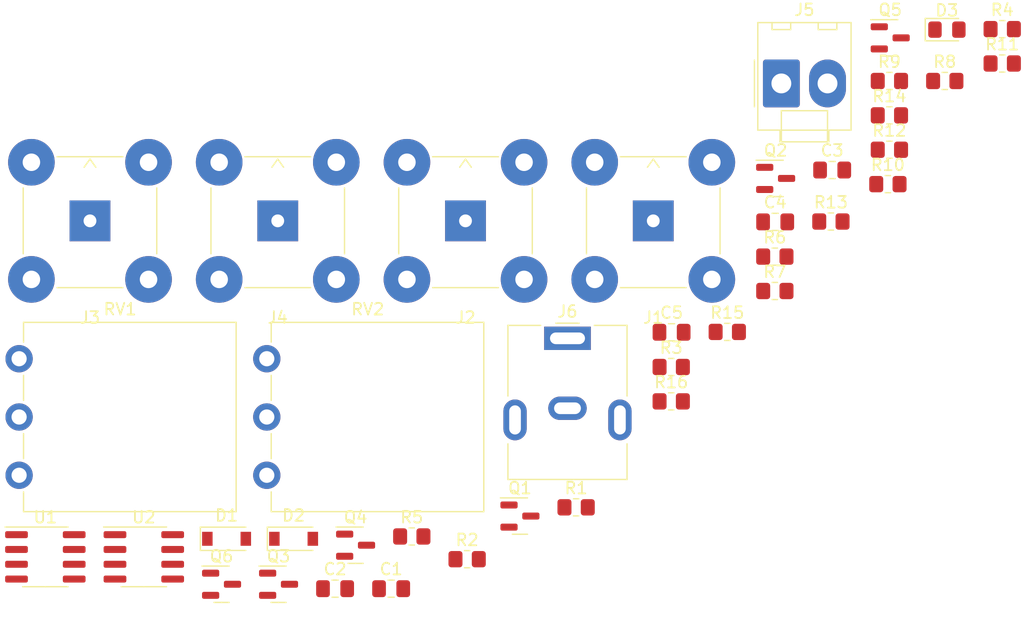
<source format=kicad_pcb>
(kicad_pcb (version 20211014) (generator pcbnew)
  (title_block (title "Enter Title On Page Setting Dialog") (rev "1") (company "Ashton Johnson"))
  (layers (0 "F.Cu" signal) (31 "B.Cu" signal) (35 "F.Paste" user) (37 "F.SilkS" user "F.Silkscreen") (39 "F.Mask" user) (44 "Edge.Cuts" user))
  (net 0 "")
  (net 1 "Y")
  (net 2 "+9V")
  (net 3 "Net-(C2-Pad1)")
  (net 4 "Net-(C3-Pad1)")
  (net 5 "Net-(C3-Pad2)")
  (net 6 "GND")
  (net 7 "Net-(C4-Pad2)")
  (net 8 "Net-(C5-Pad1)")
  (net 9 "COMP_VIDEO_IN")
  (net 10 "Net-(D1-Pad1)")
  (net 11 "Net-(D1-Pad2)")
  (net 12 "Net-(D3-Pad1)")
  (net 13 "X")
  (net 14 "Z")
  (net 15 "Net-(Q1-Pad2)")
  (net 16 "Net-(Q2-Pad2)")
  (net 17 "Net-(Q3-Pad2)")
  (net 18 "Net-(Q4-Pad1)")
  (net 19 "Net-(Q5-Pad1)")
  (net 20 "Net-(Q6-Pad1)")
  (net 21 "Net-(R1-Pad2)")
  (net 22 "Net-(R2-Pad1)")
  (net 23 "Net-(R13-Pad1)")
  (net 24 "Net-(R13-Pad2)")
  (net 25 "Net-(R15-Pad2)")
  (net 26 "Net-(RV2-Pad2)")
  (net 29 "Net-(U2-Pad3)")
  (footprint "Package_TO_SOT_SMD:SOT-23" (layer "F.Cu") (at 193.12 90.595)
    (fp_text reference "Q1" (at 0 -2.4) (layer "F.SilkS"))
    (fp_text value "2N3906")
    (fp_line (start 0 1.56) (end -0.65 1.56) (layer "F.SilkS") (width 0.12))
    (fp_line (start 0 1.56) (end 0.65 1.56) (layer "F.SilkS") (width 0.12))
    (fp_line (start 0 -1.56) (end 0.65 -1.56) (layer "F.SilkS") (width 0.12))
    (fp_line (start 0 -1.56) (end -1.675 -1.56) (layer "F.SilkS") (width 0.12))
    (pad "1" smd roundrect (at -0.9375 -0.95) (size 1.475 0.6) (layers "F.Cu" "F.Paste" "F.Mask") (net 2 "+9V"))
    (pad "2" smd roundrect (at -0.9375 0.95) (size 1.475 0.6) (layers "F.Cu" "F.Paste" "F.Mask") (net 15 "Net-(Q1-Pad2)"))
    (pad "3" smd roundrect (at 0.9375 0) (size 1.475 0.6) (layers "F.Cu" "F.Paste" "F.Mask") (net 1 "Y"))
  )
  (footprint "Diode_SMD:D_SOD-123" (layer "F.Cu") (at 173.7 92.545)
    (fp_text reference "D2" (at 0 -2) (layer "F.SilkS"))
    (fp_text value "1N4148")
    (fp_line (start -2.25 -1) (end -2.25 1) (layer "F.SilkS") (width 0.12))
    (fp_line (start -2.25 -1) (end 1.65 -1) (layer "F.SilkS") (width 0.12))
    (fp_line (start -2.25 1) (end 1.65 1) (layer "F.SilkS") (width 0.12))
    (pad "1" smd rect (at -1.65 0) (size 0.9 1.2) (layers "F.Cu" "F.Paste" "F.Mask") (net 6 "GND"))
    (pad "2" smd rect (at 1.65 0) (size 0.9 1.2) (layers "F.Cu" "F.Paste" "F.Mask") (net 10 "Net-(D1-Pad1)"))
  )
  (footprint "Resistor_SMD:R_0805_2012Metric_Pad1.20x1.40mm_HandSolder" (layer "F.Cu") (at 188.59 94.295)
    (fp_text reference "R2" (at 0 -1.65) (layer "F.SilkS"))
    (fp_text value "6.8k")
    (fp_line (start -0.227064 -0.735) (end 0.227064 -0.735) (layer "F.SilkS") (width 0.12))
    (fp_line (start -0.227064 0.735) (end 0.227064 0.735) (layer "F.SilkS") (width 0.12))
    (pad "1" smd roundrect (at -1 0) (size 1.2 1.4) (layers "F.Cu" "F.Paste" "F.Mask") (roundrect_rratio 0.208333) (net 22 "Net-(R2-Pad1)"))
    (pad "2" smd roundrect (at 1 0) (size 1.2 1.4) (layers "F.Cu" "F.Paste" "F.Mask") (roundrect_rratio 0.208333) (net 15 "Net-(Q1-Pad2)"))
  )
  (footprint "Resistor_SMD:R_0805_2012Metric_Pad1.20x1.40mm_HandSolder" (layer "F.Cu") (at 206.1 80.755)
    (fp_text reference "R16" (at 0 -1.65) (layer "F.SilkS"))
    (fp_text value "2.4k")
    (fp_line (start -0.227064 -0.735) (end 0.227064 -0.735) (layer "F.SilkS") (width 0.12))
    (fp_line (start -0.227064 0.735) (end 0.227064 0.735) (layer "F.SilkS") (width 0.12))
    (pad "1" smd roundrect (at -1 0) (size 1.2 1.4) (layers "F.Cu" "F.Paste" "F.Mask") (roundrect_rratio 0.208333) (net 12 "Net-(D3-Pad1)"))
    (pad "2" smd roundrect (at 1 0) (size 1.2 1.4) (layers "F.Cu" "F.Paste" "F.Mask") (roundrect_rratio 0.208333) (net 6 "GND"))
  )
  (footprint "Potentiometer_THT:Potentiometer_Piher_PC-16_Single_Vertical" (layer "F.Cu") (at 171.4 87.095)
    (fp_text reference "RV2" (at 8.665 -14.25) (layer "F.SilkS"))
    (fp_text value "10k")
    (fp_line (start 0.38 3.12) (end 18.62 3.12) (layer "F.SilkS") (width 0.12))
    (fp_line (start 0.38 1.425) (end 0.38 3.12) (layer "F.SilkS") (width 0.12))
    (fp_line (start 18.62 -13.12) (end 18.62 3.12) (layer "F.SilkS") (width 0.12))
    (fp_line (start 0.38 -13.12) (end 18.62 -13.12) (layer "F.SilkS") (width 0.12))
    (fp_line (start 0.38 -3.575) (end 0.38 -1.425) (layer "F.SilkS") (width 0.12))
    (fp_line (start 0.38 -13.12) (end 0.38 -11.426) (layer "F.SilkS") (width 0.12))
    (fp_line (start 0.38 -8.574) (end 0.38 -6.425) (layer "F.SilkS") (width 0.12))
    (pad "1" thru_hole circle (at 0 0) (size 2.34 2.34) (drill 1.3) (layers *.Cu *.Mask) (net 25 "Net-(R15-Pad2)"))
    (pad "2" thru_hole circle (at 0 -5) (size 2.34 2.34) (drill 1.3) (layers *.Cu *.Mask) (net 26 "Net-(RV2-Pad2)"))
    (pad "3" thru_hole circle (at 0 -10) (size 2.34 2.34) (drill 1.3) (layers *.Cu *.Mask) (net 6 "GND"))
  )
  (footprint "Connector_Coaxial:BNC_TEConnectivity_1478035_Horizontal" (layer "F.Cu") (at 188.45 65.265)
    (fp_text reference "J2" (at 0 8.3) (layer "F.SilkS"))
    (fp_text value "Conn_Coaxial_Power")
    (fp_line (start 5.73 2.825) (end 5.73 -2.825) (layer "F.SilkS") (width 0.12))
    (fp_line (start 0 -5.3) (end -0.5 -4.6) (layer "F.SilkS") (width 0.12))
    (fp_line (start -5.73 -2.825) (end -5.73 2.825) (layer "F.SilkS") (width 0.12))
    (fp_line (start 2.825 -5.5) (end -2.825 -5.5) (layer "F.SilkS") (width 0.12))
    (fp_line (start -2.825 5.73) (end 2.825 5.73) (layer "F.SilkS") (width 0.12))
    (fp_line (start 0 -5.3) (end 0.5 -4.6) (layer "F.SilkS") (width 0.12))
    (pad "1" thru_hole rect (at 0 0) (size 3.5 3.5) (drill 1.1) (layers *.Cu *.Mask) (net 1 "Y"))
    (pad "2" thru_hole circle (at -5.025 -5.025) (size 4 4) (drill 1.5) (layers *.Cu *.Mask) (net 6 "GND"))
    (pad "2" thru_hole circle (at -5.025 5.025) (size 4 4) (drill 1.5) (layers *.Cu *.Mask) (net 6 "GND"))
    (pad "2" thru_hole circle (at 5.025 -5.025) (size 4 4) (drill 1.5) (layers *.Cu *.Mask) (net 6 "GND"))
    (pad "2" thru_hole circle (at 5.025 5.025) (size 4 4) (drill 1.5) (layers *.Cu *.Mask) (net 6 "GND"))
  )
  (footprint "Package_TO_SOT_SMD:SOT-23" (layer "F.Cu") (at 172.41 96.445)
    (fp_text reference "Q3" (at 0 -2.4) (layer "F.SilkS"))
    (fp_text value "2N3904")
    (fp_line (start 0 -1.56) (end 0.65 -1.56) (layer "F.SilkS") (width 0.12))
    (fp_line (start 0 -1.56) (end -1.675 -1.56) (layer "F.SilkS") (width 0.12))
    (fp_line (start 0 1.56) (end 0.65 1.56) (layer "F.SilkS") (width 0.12))
    (fp_line (start 0 1.56) (end -0.65 1.56) (layer "F.SilkS") (width 0.12))
    (pad "1" smd roundrect (at -0.9375 -0.95) (size 1.475 0.6) (layers "F.Cu" "F.Paste" "F.Mask") (net 4 "Net-(C3-Pad1)"))
    (pad "2" smd roundrect (at -0.9375 0.95) (size 1.475 0.6) (layers "F.Cu" "F.Paste" "F.Mask") (net 17 "Net-(Q3-Pad2)"))
    (pad "3" smd roundrect (at 0.9375 0) (size 1.475 0.6) (layers "F.Cu" "F.Paste" "F.Mask") (net 2 "+9V"))
  )
  (footprint "Resistor_SMD:R_0805_2012Metric_Pad1.20x1.40mm_HandSolder" (layer "F.Cu") (at 224.82 56.215)
    (fp_text reference "R14" (at 0 -1.65) (layer "F.SilkS"))
    (fp_text value "4.7k")
    (fp_line (start -0.227064 0.735) (end 0.227064 0.735) (layer "F.SilkS") (width 0.12))
    (fp_line (start -0.227064 -0.735) (end 0.227064 -0.735) (layer "F.SilkS") (width 0.12))
    (pad "1" smd roundrect (at -1 0) (size 1.2 1.4) (layers "F.Cu" "F.Paste" "F.Mask") (roundrect_rratio 0.208333) (net 24 "Net-(R13-Pad2)"))
    (pad "2" smd roundrect (at 1 0) (size 1.2 1.4) (layers "F.Cu" "F.Paste" "F.Mask") (roundrect_rratio 0.208333) (net 14 "Z"))
  )
  (footprint "Capacitor_SMD:C_0805_2012Metric_Pad1.18x1.45mm_HandSolder" (layer "F.Cu") (at 182.07 96.825)
    (fp_text reference "C1" (at 0 -1.68) (layer "F.SilkS"))
    (fp_text value "0.1u")
    (fp_line (start -0.261252 -0.735) (end 0.261252 -0.735) (layer "F.SilkS") (width 0.12))
    (fp_line (start -0.261252 0.735) (end 0.261252 0.735) (layer "F.SilkS") (width 0.12))
    (pad "1" smd roundrect (at -1.0375 0) (size 1.175 1.45) (layers "F.Cu" "F.Paste" "F.Mask") (roundrect_rratio 0.212766) (net 1 "Y"))
    (pad "2" smd roundrect (at 1.0375 0) (size 1.175 1.45) (layers "F.Cu" "F.Paste" "F.Mask") (roundrect_rratio 0.212766) (net 2 "+9V"))
  )
  (footprint "Resistor_SMD:R_0805_2012Metric_Pad1.20x1.40mm_HandSolder" (layer "F.Cu") (at 197.94 89.845)
    (fp_text reference "R1" (at 0 -1.65) (layer "F.SilkS"))
    (fp_text value "6.8k")
    (fp_line (start -0.227064 0.735) (end 0.227064 0.735) (layer "F.SilkS") (width 0.12))
    (fp_line (start -0.227064 -0.735) (end 0.227064 -0.735) (layer "F.SilkS") (width 0.12))
    (pad "1" smd roundrect (at -1 0) (size 1.2 1.4) (layers "F.Cu" "F.Paste" "F.Mask") (roundrect_rratio 0.208333) (net 16 "Net-(Q2-Pad2)"))
    (pad "2" smd roundrect (at 1 0) (size 1.2 1.4) (layers "F.Cu" "F.Paste" "F.Mask") (roundrect_rratio 0.208333) (net 21 "Net-(R1-Pad2)"))
  )
  (footprint "Resistor_SMD:R_0805_2012Metric_Pad1.20x1.40mm_HandSolder" (layer "F.Cu") (at 219.8 65.325)
    (fp_text reference "R13" (at 0 -1.65) (layer "F.SilkS"))
    (fp_text value "2.2k")
    (fp_line (start -0.227064 -0.735) (end 0.227064 -0.735) (layer "F.SilkS") (width 0.12))
    (fp_line (start -0.227064 0.735) (end 0.227064 0.735) (layer "F.SilkS") (width 0.12))
    (pad "1" smd roundrect (at -1 0) (size 1.2 1.4) (layers "F.Cu" "F.Paste" "F.Mask") (roundrect_rratio 0.208333) (net 23 "Net-(R13-Pad1)"))
    (pad "2" smd roundrect (at 1 0) (size 1.2 1.4) (layers "F.Cu" "F.Paste" "F.Mask") (roundrect_rratio 0.208333) (net 24 "Net-(R13-Pad2)"))
  )
  (footprint "Capacitor_SMD:C_0805_2012Metric_Pad1.18x1.45mm_HandSolder" (layer "F.Cu") (at 219.91 60.905)
    (fp_text reference "C3" (at 0 -1.68) (layer "F.SilkS"))
    (fp_text value "0.1u")
    (fp_line (start -0.261252 0.735) (end 0.261252 0.735) (layer "F.SilkS") (width 0.12))
    (fp_line (start -0.261252 -0.735) (end 0.261252 -0.735) (layer "F.SilkS") (width 0.12))
    (pad "1" smd roundrect (at -1.0375 0) (size 1.175 1.45) (layers "F.Cu" "F.Paste" "F.Mask") (roundrect_rratio 0.212766) (net 4 "Net-(C3-Pad1)"))
    (pad "2" smd roundrect (at 1.0375 0) (size 1.175 1.45) (layers "F.Cu" "F.Paste" "F.Mask") (roundrect_rratio 0.212766) (net 5 "Net-(C3-Pad2)"))
  )
  (footprint "Connector_Coaxial:BNC_TEConnectivity_1478035_Horizontal" (layer "F.Cu") (at 156.23 65.265)
    (fp_text reference "J3" (at 0 8.3) (layer "F.SilkS"))
    (fp_text value "Conn_Coaxial_Power")
    (fp_line (start -2.825 5.73) (end 2.825 5.73) (layer "F.SilkS") (width 0.12))
    (fp_line (start 5.73 2.825) (end 5.73 -2.825) (layer "F.SilkS") (width 0.12))
    (fp_line (start 2.825 -5.5) (end -2.825 -5.5) (layer "F.SilkS") (width 0.12))
    (fp_line (start 0 -5.3) (end -0.5 -4.6) (layer "F.SilkS") (width 0.12))
    (fp_line (start 0 -5.3) (end 0.5 -4.6) (layer "F.SilkS") (width 0.12))
    (fp_line (start -5.73 -2.825) (end -5.73 2.825) (layer "F.SilkS") (width 0.12))
    (pad "1" thru_hole rect (at 0 0) (size 3.5 3.5) (drill 1.1) (layers *.Cu *.Mask) (net 14 "Z"))
    (pad "2" thru_hole circle (at -5.025 5.025) (size 4 4) (drill 1.5) (layers *.Cu *.Mask) (net 6 "GND"))
    (pad "2" thru_hole circle (at 5.025 5.025) (size 4 4) (drill 1.5) (layers *.Cu *.Mask) (net 6 "GND"))
    (pad "2" thru_hole circle (at -5.025 -5.025) (size 4 4) (drill 1.5) (layers *.Cu *.Mask) (net 6 "GND"))
    (pad "2" thru_hole circle (at 5.025 -5.025) (size 4 4) (drill 1.5) (layers *.Cu *.Mask) (net 6 "GND"))
  )
  (footprint "Package_TO_SOT_SMD:SOT-23" (layer "F.Cu") (at 215.06 61.625)
    (fp_text reference "Q2" (at 0 -2.4) (layer "F.SilkS"))
    (fp_text value "2N3906")
    (fp_line (start 0 1.56) (end 0.65 1.56) (layer "F.SilkS") (width 0.12))
    (fp_line (start 0 -1.56) (end 0.65 -1.56) (layer "F.SilkS") (width 0.12))
    (fp_line (start 0 1.56) (end -0.65 1.56) (layer "F.SilkS") (width 0.12))
    (fp_line (start 0 -1.56) (end -1.675 -1.56) (layer "F.SilkS") (width 0.12))
    (pad "1" smd roundrect (at -0.9375 -0.95) (size 1.475 0.6) (layers "F.Cu" "F.Paste" "F.Mask") (net 2 "+9V"))
    (pad "2" smd roundrect (at -0.9375 0.95) (size 1.475 0.6) (layers "F.Cu" "F.Paste" "F.Mask") (net 16 "Net-(Q2-Pad2)"))
    (pad "3" smd roundrect (at 0.9375 0) (size 1.475 0.6) (layers "F.Cu" "F.Paste" "F.Mask") (net 3 "Net-(C2-Pad1)"))
  )
  (footprint "Diode_SMD:D_SOD-123" (layer "F.Cu") (at 167.95 92.545)
    (fp_text reference "D1" (at 0 -2) (layer "F.SilkS"))
    (fp_text value "1N4148")
    (fp_line (start -2.25 -1) (end -2.25 1) (layer "F.SilkS") (width 0.12))
    (fp_line (start -2.25 1) (end 1.65 1) (layer "F.SilkS") (width 0.12))
    (fp_line (start -2.25 -1) (end 1.65 -1) (layer "F.SilkS") (width 0.12))
    (pad "1" smd rect (at -1.65 0) (size 0.9 1.2) (layers "F.Cu" "F.Paste" "F.Mask") (net 10 "Net-(D1-Pad1)"))
    (pad "2" smd rect (at 1.65 0) (size 0.9 1.2) (layers "F.Cu" "F.Paste" "F.Mask") (net 11 "Net-(D1-Pad2)"))
  )
  (footprint "Resistor_SMD:R_0805_2012Metric_Pad1.20x1.40mm_HandSolder" (layer "F.Cu") (at 214.99 68.335)
    (fp_text reference "R6" (at 0 -1.65) (layer "F.SilkS"))
    (fp_text value "3.3k")
    (fp_line (start -0.227064 -0.735) (end 0.227064 -0.735) (layer "F.SilkS") (width 0.12))
    (fp_line (start -0.227064 0.735) (end 0.227064 0.735) (layer "F.SilkS") (width 0.12))
    (pad "1" smd roundrect (at -1 0) (size 1.2 1.4) (layers "F.Cu" "F.Paste" "F.Mask") (roundrect_rratio 0.208333) (net 2 "+9V"))
    (pad "2" smd roundrect (at 1 0) (size 1.2 1.4) (layers "F.Cu" "F.Paste" "F.Mask") (roundrect_rratio 0.208333) (net 11 "Net-(D1-Pad2)"))
  )
  (footprint "LED_SMD:LED_0805_2012Metric_Pad1.15x1.40mm_HandSolder" (layer "F.Cu") (at 229.755 48.86)
    (fp_text reference "D3" (at 0 -1.65) (layer "F.SilkS"))
    (fp_text value "Indicator")
    (fp_line (start -1.86 -0.96) (end -1.86 0.96) (layer "F.SilkS") (width 0.12))
    (fp_line (start 1 -0.96) (end -1.86 -0.96) (layer "F.SilkS") (width 0.12))
    (fp_line (start -1.86 0.96) (end 1 0.96) (layer "F.SilkS") (width 0.12))
    (pad "1" smd roundrect (at -1.025 0) (size 1.15 1.4) (layers "F.Cu" "F.Paste" "F.Mask") (roundrect_rratio 0.217391) (net 12 "Net-(D3-Pad1)"))
    (pad "2" smd roundrect (at 1.025 0) (size 1.15 1.4) (layers "F.Cu" "F.Paste" "F.Mask") (roundrect_rratio 0.217391) (net 2 "+9V"))
  )
  (footprint "Connector_Molex:Molex_KK-396_A-41791-0002_1x02_P3.96mm_Vertical" (layer "F.Cu") (at 215.55 53.475)
    (fp_text reference "J5" (at 1.98 -6.31) (layer "F.SilkS"))
    (fp_text value "Conn_01x02")
    (fp_line (start 3.96 2.34) (end 3.96 4.01) (layer "F.SilkS") (width 0.12))
    (fp_line (start 5.98 4.005) (end 4.075 4.005) (layer "F.SilkS") (width 0.12))
    (fp_line (start 3.96 4.01) (end 3.96 5.01) (layer "F.SilkS") (width 0.12))
    (fp_line (start -2.02 4.005) (end -2.02 -5.22) (layer "F.SilkS") (width 0.12))
    (fp_line (start 0 4.01) (end 0 2.34) (layer "F.SilkS") (width 0.12))
    (fp_line (start 4.76 -4.62) (end 4.76 -5.22) (layer "F.SilkS") (width 0.12))
    (fp_line (start 3.16 -5.22) (end 3.16 -4.62) (layer "F.SilkS") (width 0.12))
    (fp_line (start 5.98 -5.22) (end 5.98 4.005) (layer "F.SilkS") (width 0.12))
    (fp_line (start -2.02 -5.22) (end 5.98 -5.22) (layer "F.SilkS") (width 0.12))
    (fp_line (start -0.115 5.01) (end -0.115 4.005) (layer "F.SilkS") (width 0.12))
    (fp_line (start 0 4.01) (end 3.96 4.01) (layer "F.SilkS") (width 0.12))
    (fp_line (start 0 2.34) (end 3.96 2.34) (layer "F.SilkS") (width 0.12))
    (fp_line (start 0.8 -4.62) (end 0.8 -5.22) (layer "F.SilkS") (width 0.12))
    (fp_line (start -0.8 -4.62) (end 0.8 -4.62) (layer "F.SilkS") (width 0.12))
    (fp_line (start 0 5.01) (end 0 4.01) (layer "F.SilkS") (width 0.12))
    (fp_line (start 4.075 5.01) (end -0.115 5.01) (layer "F.SilkS") (width 0.12))
    (fp_line (start 3.16 -4.62) (end 4.76 -4.62) (layer "F.SilkS") (width 0.12))
    (fp_line (start 4.075 4.005) (end 4.075 5.01) (layer "F.SilkS") (width 0.12))
    (fp_line (start -2.31 -2) (end -2.31 2) (layer "F.SilkS") (width 0.12))
    (fp_line (start -0.8 -5.22) (end -0.8 -4.62) (layer "F.SilkS") (width 0.12))
    (fp_line (start -0.115 4.005) (end -2.02 4.005) (layer "F.SilkS") (width 0.12))
    (pad "1" thru_hole roundrect (at 0 0) (size 3.16 4.1) (drill 1.7) (layers *.Cu *.Mask) (roundrect_rratio 0.079114) (net 2 "+9V"))
    (pad "2" thru_hole oval (at 3.96 0) (size 3.16 4.1) (drill 1.7) (layers *.Cu *.Mask) (net 6 "GND"))
  )
  (footprint "Capacitor_SMD:C_0805_2012Metric_Pad1.18x1.45mm_HandSolder" (layer "F.Cu") (at 206.13 74.825)
    (fp_text reference "C5" (at 0 -1.68) (layer "F.SilkS"))
    (fp_text value "10n")
    (fp_line (start -0.261252 -0.735) (end 0.261252 -0.735) (layer "F.SilkS") (width 0.12))
    (fp_line (start -0.261252 0.735) (end 0.261252 0.735) (layer "F.SilkS") (width 0.12))
    (pad "1" smd roundrect (at -1.0375 0) (size 1.175 1.45) (layers "F.Cu" "F.Paste" "F.Mask") (roundrect_rratio 0.212766) (net 8 "Net-(C5-Pad1)"))
    (pad "2" smd roundrect (at 1.0375 0) (size 1.175 1.45) (layers "F.Cu" "F.Paste" "F.Mask") (roundrect_rratio 0.212766) (net 9 "COMP_VIDEO_IN"))
  )
  (footprint "Resistor_SMD:R_0805_2012Metric_Pad1.20x1.40mm_HandSolder" (layer "F.Cu") (at 229.57 53.265)
    (fp_text reference "R8" (at 0 -1.65) (layer "F.SilkS"))
    (fp_text value "68k")
    (fp_line (start -0.227064 0.735) (end 0.227064 0.735) (layer "F.SilkS") (width 0.12))
    (fp_line (start -0.227064 -0.735) (end 0.227064 -0.735) (layer "F.SilkS") (width 0.12))
    (pad "1" smd roundrect (at -1 0) (size 1.2 1.4) (layers "F.Cu" "F.Paste" "F.Mask") (roundrect_rratio 0.208333) (net 18 "Net-(Q4-Pad1)"))
    (pad "2" smd roundrect (at 1 0) (size 1.2 1.4) (layers "F.Cu" "F.Paste" "F.Mask") (roundrect_rratio 0.208333) (net 6 "GND"))
  )
  (footprint "Resistor_SMD:R_0805_2012Metric_Pad1.20x1.40mm_HandSolder" (layer "F.Cu") (at 234.5 51.765)
    (fp_text reference "R11" (at 0 -1.65) (layer "F.SilkS"))
    (fp_text value "3.3k")
    (fp_line (start -0.227064 0.735) (end 0.227064 0.735) (layer "F.SilkS") (width 0.12))
    (fp_line (start -0.227064 -0.735) (end 0.227064 -0.735) (layer "F.SilkS") (width 0.12))
    (pad "1" smd roundrect (at -1 0) (size 1.2 1.4) (layers "F.Cu" "F.Paste" "F.Mask") (roundrect_rratio 0.208333) (net 5 "Net-(C3-Pad2)"))
    (pad "2" smd roundrect (at 1 0) (size 1.2 1.4) (layers "F.Cu" "F.Paste" "F.Mask") (roundrect_rratio 0.208333) (net 6 "GND"))
  )
  (footprint "Resistor_SMD:R_0805_2012Metric_Pad1.20x1.40mm_HandSolder" (layer "F.Cu") (at 224.82 59.165)
    (fp_text reference "R12" (at 0 -1.65) (layer "F.SilkS"))
    (fp_text value "2.2k")
    (fp_line (start -0.227064 -0.735) (end 0.227064 -0.735) (layer "F.SilkS") (width 0.12))
    (fp_line (start -0.227064 0.735) (end 0.227064 0.735) (layer "F.SilkS") (width 0.12))
    (pad "1" smd roundrect (at -1 0) (size 1.2 1.4) (layers "F.Cu" "F.Paste" "F.Mask") (roundrect_rratio 0.208333) (net 20 "Net-(Q6-Pad1)"))
    (pad "2" smd roundrect (at 1 0) (size 1.2 1.4) (layers "F.Cu" "F.Paste" "F.Mask") (roundrect_rratio 0.208333) (net 6 "GND"))
  )
  (footprint "Package_SO:SOIC-8_3.9x4.9mm_P1.27mm" (layer "F.Cu") (at 160.85 94.095)
    (fp_text reference "U2" (at 0 -3.4) (layer "F.SilkS"))
    (fp_text value "AD8032")
    (fp_line (start 0 2.56) (end -1.95 2.56) (layer "F.SilkS") (width 0.12))
    (fp_line (start 0 -2.56) (end -3.45 -2.56) (layer "F.SilkS") (width 0.12))
    (fp_line (start 0 2.56) (end 1.95 2.56) (layer "F.SilkS") (width 0.12))
    (fp_line (start 0 -2.56) (end 1.95 -2.56) (layer "F.SilkS") (width 0.12))
    (pad "1" smd roundrect (at -2.475 -1.905) (size 1.95 0.6) (layers "F.Cu" "F.Paste" "F.Mask") (net 14 "Z"))
    (pad "2" smd roundrect (at -2.475 -0.635) (size 1.95 0.6) (layers "F.Cu" "F.Paste" "F.Mask") (net 24 "Net-(R13-Pad2)"))
    (pad "3" smd roundrect (at -2.475 0.635) (size 1.95 0.6) (layers "F.Cu" "F.Paste" "F.Mask") (net 29 "Net-(U2-Pad3)"))
    (pad "4" smd roundrect (at -2.475 1.905) (size 1.95 0.6) (layers "F.Cu" "F.Paste" "F.Mask") (net 6 "GND"))
    (pad "5" smd roundrect (at 2.475 1.905) (size 1.95 0.6) (layers "F.Cu" "F.Paste" "F.Mask") (net 26 "Net-(RV2-Pad2)"))
    (pad "6" smd roundrect (at 2.475 0.635) (size 1.95 0.6) (layers "F.Cu" "F.Paste" "F.Mask") (net 29 "Net-(U2-Pad3)"))
    (pad "7" smd roundrect (at 2.475 -0.635) (size 1.95 0.6) (layers "F.Cu" "F.Paste" "F.Mask") (net 29 "Net-(U2-Pad3)"))
    (pad "8" smd roundrect (at 2.475 -1.905) (size 1.95 0.6) (layers "F.Cu" "F.Paste" "F.Mask") (net 2 "+9V"))
  )
  (footprint "Resistor_SMD:R_0805_2012Metric_Pad1.20x1.40mm_HandSolder" (layer "F.Cu") (at 210.91 74.795)
    (fp_text reference "R15" (at 0 -1.65) (layer "F.SilkS"))
    (fp_text value "68k")
    (fp_line (start -0.227064 -0.735) (end 0.227064 -0.735) (layer "F.SilkS") (width 0.12))
    (fp_line (start -0.227064 0.735) (end 0.227064 0.735) (layer "F.SilkS") (width 0.12))
    (pad "1" smd roundrect (at -1 0) (size 1.2 1.4) (layers "F.Cu" "F.Paste" "F.Mask") (roundrect_rratio 0.208333) (net 2 "+9V"))
    (pad "2" smd roundrect (at 1 0) (size 1.2 1.4) (layers "F.Cu" "F.Paste" "F.Mask") (roundrect_rratio 0.208333) (net 25 "Net-(R15-Pad2)"))
  )
  (footprint "Resistor_SMD:R_0805_2012Metric_Pad1.20x1.40mm_HandSolder" (layer "F.Cu") (at 224.69 62.115)
    (fp_text reference "R10" (at 0 -1.65) (layer "F.SilkS"))
    (fp_text value "3.3k")
    (fp_line (start -0.227064 -0.735) (end 0.227064 -0.735) (layer "F.SilkS") (width 0.12))
    (fp_line (start -0.227064 0.735) (end 0.227064 0.735) (layer "F.SilkS") (width 0.12))
    (pad "1" smd roundrect (at -1 0) (size 1.2 1.4) (layers "F.Cu" "F.Paste" "F.Mask") (roundrect_rratio 0.208333) (net 4 "Net-(C3-Pad1)"))
    (pad "2" smd roundrect (at 1 0) (size 1.2 1.4) (layers "F.Cu" "F.Paste" "F.Mask") (roundrect_rratio 0.208333) (net 6 "GND"))
  )
  (footprint "Resistor_SMD:R_0805_2012Metric_Pad1.20x1.40mm_HandSolder" (layer "F.Cu") (at 234.5 48.815)
    (fp_text reference "R4" (at 0 -1.65) (layer "F.SilkS"))
    (fp_text value "5.6k")
    (fp_line (start -0.227064 0.735) (end 0.227064 0.735) (layer "F.SilkS") (width 0.12))
    (fp_line (start -0.227064 -0.735) (end 0.227064 -0.735) (layer "F.SilkS") (width 0.12))
    (pad "1" smd roundrect (at -1 0) (size 1.2 1.4) (layers "F.Cu" "F.Paste" "F.Mask") (roundrect_rratio 0.208333) (net 2 "+9V"))
    (pad "2" smd roundrect (at 1 0) (size 1.2 1.4) (layers "F.Cu" "F.Paste" "F.Mask") (roundrect_rratio 0.208333) (net 5 "Net-(C3-Pad2)"))
  )
  (footprint "Package_TO_SOT_SMD:SOT-23" (layer "F.Cu") (at 167.52 96.445)
    (fp_text reference "Q6" (at 0 -2.4) (layer "F.SilkS"))
    (fp_text value "2N3904")
    (fp_line (start 0 -1.56) (end 0.65 -1.56) (layer "F.SilkS") (width 0.12))
    (fp_line (start 0 -1.56) (end -1.675 -1.56) (layer "F.SilkS") (width 0.12))
    (fp_line (start 0 1.56) (end 0.65 1.56) (layer "F.SilkS") (width 0.12))
    (fp_line (start 0 1.56) (end -0.65 1.56) (layer "F.SilkS") (width 0.12))
    (pad "1" smd roundrect (at -0.9375 -0.95) (size 1.475 0.6) (layers "F.Cu" "F.Paste" "F.Mask") (net 20 "Net-(Q6-Pad1)"))
    (pad "2" smd roundrect (at -0.9375 0.95) (size 1.475 0.6) (layers "F.Cu" "F.Paste" "F.Mask") (net 5 "Net-(C3-Pad2)"))
    (pad "3" smd roundrect (at 0.9375 0) (size 1.475 0.6) (layers "F.Cu" "F.Paste" "F.Mask") (net 13 "X"))
  )
  (footprint "Capacitor_SMD:C_0805_2012Metric_Pad1.18x1.45mm_HandSolder" (layer "F.Cu") (at 177.26 96.825)
    (fp_text reference "C2" (at 0 -1.68) (layer "F.SilkS"))
    (fp_text value "22n")
    (fp_line (start -0.261252 0.735) (end 0.261252 0.735) (layer "F.SilkS") (width 0.12))
    (fp_line (start -0.261252 -0.735) (end 0.261252 -0.735) (layer "F.SilkS") (width 0.12))
    (pad "1" smd roundrect (at -1.0375 0) (size 1.175 1.45) (layers "F.Cu" "F.Paste" "F.Mask") (roundrect_rratio 0.212766) (net 3 "Net-(C2-Pad1)"))
    (pad "2" smd roundrect (at 1.0375 0) (size 1.175 1.45) (layers "F.Cu" "F.Paste" "F.Mask") (roundrect_rratio 0.212766) (net 2 "+9V"))
  )
  (footprint "Package_TO_SOT_SMD:SOT-23" (layer "F.Cu") (at 224.89 49.565)
    (fp_text reference "Q5" (at 0 -2.4) (layer "F.SilkS"))
    (fp_text value "2N3904")
    (fp_line (start 0 -1.56) (end -1.675 -1.56) (layer "F.SilkS") (width 0.12))
    (fp_line (start 0 -1.56) (end 0.65 -1.56) (layer "F.SilkS") (width 0.12))
    (fp_line (start 0 1.56) (end 0.65 1.56) (layer "F.SilkS") (width 0.12))
    (fp_line (start 0 1.56) (end -0.65 1.56) (layer "F.SilkS") (width 0.12))
    (pad "1" smd roundrect (at -0.9375 -0.95) (size 1.475 0.6) (layers "F.Cu" "F.Paste" "F.Mask") (net 19 "Net-(Q5-Pad1)"))
    (pad "2" smd roundrect (at -0.9375 0.95) (size 1.475 0.6) (layers "F.Cu" "F.Paste" "F.Mask") (net 11 "Net-(D1-Pad2)"))
    (pad "3" smd roundrect (at 0.9375 0) (size 1.475 0.6) (layers "F.Cu" "F.Paste" "F.Mask") (net 3 "Net-(C2-Pad1)"))
  )
  (footprint "Connector_Coaxial:BNC_TEConnectivity_1478035_Horizontal" (layer "F.Cu") (at 204.56 65.265)
    (fp_text reference "J1" (at 0 8.3) (layer "F.SilkS"))
    (fp_text value "Conn_Coaxial_Power")
    (fp_line (start 2.825 -5.5) (end -2.825 -5.5) (layer "F.SilkS") (width 0.12))
    (fp_line (start -2.825 5.73) (end 2.825 5.73) (layer "F.SilkS") (width 0.12))
    (fp_line (start 0 -5.3) (end -0.5 -4.6) (layer "F.SilkS") (width 0.12))
    (fp_line (start 5.73 2.825) (end 5.73 -2.825) (layer "F.SilkS") (width 0.12))
    (fp_line (start -5.73 -2.825) (end -5.73 2.825) (layer "F.SilkS") (width 0.12))
    (fp_line (start 0 -5.3) (end 0.5 -4.6) (layer "F.SilkS") (width 0.12))
    (pad "1" thru_hole rect (at 0 0) (size 3.5 3.5) (drill 1.1) (layers *.Cu *.Mask) (net 13 "X"))
    (pad "2" thru_hole circle (at 5.025 -5.025) (size 4 4) (drill 1.5) (layers *.Cu *.Mask) (net 6 "GND"))
    (pad "2" thru_hole circle (at 5.025 5.025) (size 4 4) (drill 1.5) (layers *.Cu *.Mask) (net 6 "GND"))
    (pad "2" thru_hole circle (at -5.025 5.025) (size 4 4) (drill 1.5) (layers *.Cu *.Mask) (net 6 "GND"))
    (pad "2" thru_hole circle (at -5.025 -5.025) (size 4 4) (drill 1.5) (layers *.Cu *.Mask) (net 6 "GND"))
  )
  (footprint "Capacitor_SMD:C_0805_2012Metric_Pad1.18x1.45mm_HandSolder" (layer "F.Cu") (at 215.02 65.355)
    (fp_text reference "C4" (at 0 -1.68) (layer "F.SilkS"))
    (fp_text value "0.1u")
    (fp_line (start -0.261252 -0.735) (end 0.261252 -0.735) (layer "F.SilkS") (width 0.12))
    (fp_line (start -0.261252 0.735) (end 0.261252 0.735) (layer "F.SilkS") (width 0.12))
    (pad "1" smd roundrect (at -1.0375 0) (size 1.175 1.45) (layers "F.Cu" "F.Paste" "F.Mask") (roundrect_rratio 0.212766) (net 6 "GND"))
    (pad "2" smd roundrect (at 1.0375 0) (size 1.175 1.45) (layers "F.Cu" "F.Paste" "F.Mask") (roundrect_rratio 0.212766) (net 7 "Net-(C4-Pad2)"))
  )
  (footprint "Package_SO:SOIC-8_3.9x4.9mm_P1.27mm" (layer "F.Cu") (at 152.4 94.095)
    (fp_text reference "U1" (at 0 -3.4) (layer "F.SilkS"))
    (fp_text value "LM1881")
    (fp_line (start 0 -2.56) (end -3.45 -2.56) (layer "F.SilkS") (width 0.12))
    (fp_line (start 0 2.56) (end 1.95 2.56) (layer "F.SilkS") (width 0.12))
    (fp_line (start 0 -2.56) (end 1.95 -2.56) (layer "F.SilkS") (width 0.12))
    (fp_line (start 0 2.56) (end -1.95 2.56) (layer "F.SilkS") (width 0.12))
    (pad "1" smd roundrect (at -2.475 -1.905) (size 1.95 0.6) (layers "F.Cu" "F.Paste" "F.Mask") (net 22 "Net-(R2-Pad1)"))
    (pad "2" smd roundrect (at -2.475 -0.635) (size 1.95 0.6) (layers "F.Cu" "F.Paste" "F.Mask") (net 9 "COMP_VIDEO_IN"))
    (pad "3" smd roundrect (at -2.475 0.635) (size 1.95 0.6) (layers "F.Cu" "F.Paste" "F.Mask") (net 21 "Net-(R1-Pad2)"))
    (pad "4" smd roundrect (at -2.475 1.905) (size 1.95 0.6) (layers "F.Cu" "F.Paste" "F.Mask") (net 6 "GND"))
    (pad "5" smd roundrect (at 2.475 1.905) (size 1.95 0.6) (layers "F.Cu" "F.Paste" "F.Mask"))
    (pad "6" smd roundrect (at 2.475 0.635) (size 1.95 0.6) (layers "F.Cu" "F.Paste" "F.Mask") (net 7 "Net-(C4-Pad2)"))
    (pad "7" smd roundrect (at 2.475 -0.635) (size 1.95 0.6) (layers "F.Cu" "F.Paste" "F.Mask"))
    (pad "8" smd roundrect (at 2.475 -1.905) (size 1.95 0.6) (layers "F.Cu" "F.Paste" "F.Mask") (net 2 "+9V"))
  )
  (footprint "Connector_BarrelJack:BarrelJack_CUI_PJ-063AH_Horizontal" (layer "F.Cu") (at 197.2 75.345)
    (fp_text reference "J6" (at 0 -2.3) (layer "F.SilkS"))
    (fp_text value "Conn_01x02")
    (fp_line (start 5.11 -1.11) (end 5.11 4.95) (layer "F.SilkS") (width 0.12))
    (fp_line (start -5.11 12.11) (end -5.11 9.05) (layer "F.SilkS") (width 0.12))
    (fp_line (start 5.11 12.11) (end -5.11 12.11) (layer "F.SilkS") (width 0.12))
    (fp_line (start 5.11 9.05) (end 5.11 12.11) (layer "F.SilkS") (width 0.12))
    (fp_line (start -5.11 4.95) (end -5.11 -1.11) (layer "F.SilkS") (width 0.12))
    (fp_line (start -5.11 -1.11) (end -2.3 -1.11) (layer "F.SilkS") (width 0.12))
    (fp_line (start 2.3 -1.11) (end 5.11 -1.11) (layer "F.SilkS") (width 0.12))
    (fp_line (start -1 -1.3) (end 1 -1.3) (layer "F.SilkS") (width 0.12))
    (pad "" np_thru_hole circle (at 0 9) (size 1.6 1.6) (drill 1.6) (layers *.Cu *.Mask))
    (pad "1" thru_hole rect (at 0 0) (size 4 2) (drill oval 3 1) (layers *.Cu *.Mask) (net 2 "+9V"))
    (pad "2" thru_hole oval (at 0 6) (size 3.3 2) (drill oval 2.3 1) (layers *.Cu *.Mask) (net 6 "GND"))
    (pad "MP" thru_hole oval (at 4.5 7) (size 2 3.5) (drill oval 1 2.5) (layers *.Cu *.Mask))
    (pad "MP" thru_hole oval (at -4.5 7) (size 2 3.5) (drill oval 1 2.5) (layers *.Cu *.Mask))
  )
  (footprint "Resistor_SMD:R_0805_2012Metric_Pad1.20x1.40mm_HandSolder" (layer "F.Cu") (at 183.84 92.345)
    (fp_text reference "R5" (at 0 -1.65) (layer "F.SilkS"))
    (fp_text value "2.2k")
    (fp_line (start -0.227064 0.735) (end 0.227064 0.735) (layer "F.SilkS") (width 0.12))
    (fp_line (start -0.227064 -0.735) (end 0.227064 -0.735) (layer "F.SilkS") (width 0.12))
    (pad "1" smd roundrect (at -1 0) (size 1.2 1.4) (layers "F.Cu" "F.Paste" "F.Mask") (roundrect_rratio 0.208333) (net 2 "+9V"))
    (pad "2" smd roundrect (at 1 0) (size 1.2 1.4) (layers "F.Cu" "F.Paste" "F.Mask") (roundrect_rratio 0.208333) (net 13 "X"))
  )
  (footprint "Connector_Coaxial:BNC_TEConnectivity_1478035_Horizontal" (layer "F.Cu") (at 172.34 65.265)
    (fp_text reference "J4" (at 0 8.3) (layer "F.SilkS"))
    (fp_text value "Conn_Coaxial_Power")
    (fp_line (start -2.825 5.73) (end 2.825 5.73) (layer "F.SilkS") (width 0.12))
    (fp_line (start 2.825 -5.5) (end -2.825 -5.5) (layer "F.SilkS") (width 0.12))
    (fp_line (start 0 -5.3) (end 0.5 -4.6) (layer "F.SilkS") (width 0.12))
    (fp_line (start -5.73 -2.825) (end -5.73 2.825) (layer "F.SilkS") (width 0.12))
    (fp_line (start 5.73 2.825) (end 5.73 -2.825) (layer "F.SilkS") (width 0.12))
    (fp_line (start 0 -5.3) (end -0.5 -4.6) (layer "F.SilkS") (width 0.12))
    (pad "1" thru_hole rect (at 0 0) (size 3.5 3.5) (drill 1.1) (layers *.Cu *.Mask) (net 9 "COMP_VIDEO_IN"))
    (pad "2" thru_hole circle (at 5.025 -5.025) (size 4 4) (drill 1.5) (layers *.Cu *.Mask) (net 6 "GND"))
    (pad "2" thru_hole circle (at 5.025 5.025) (size 4 4) (drill 1.5) (layers *.Cu *.Mask) (net 6 "GND"))
    (pad "2" thru_hole circle (at -5.025 -5.025) (size 4 4) (drill 1.5) (layers *.Cu *.Mask) (net 6 "GND"))
    (pad "2" thru_hole circle (at -5.025 5.025) (size 4 4) (drill 1.5) (layers *.Cu *.Mask) (net 6 "GND"))
  )
  (footprint "Resistor_SMD:R_0805_2012Metric_Pad1.20x1.40mm_HandSolder" (layer "F.Cu") (at 214.99 71.285)
    (fp_text reference "R7" (at 0 -1.65) (layer "F.SilkS"))
    (fp_text value "680k")
    (fp_line (start -0.227064 0.735) (end 0.227064 0.735) (layer "F.SilkS") (width 0.12))
    (fp_line (start -0.227064 -0.735) (end 0.227064 -0.735) (layer "F.SilkS") (width 0.12))
    (pad "1" smd roundrect (at -1 0) (size 1.2 1.4) (layers "F.Cu" "F.Paste" "F.Mask") (roundrect_rratio 0.208333) (net 6 "GND"))
    (pad "2" smd roundrect (at 1 0) (size 1.2 1.4) (layers "F.Cu" "F.Paste" "F.Mask") (roundrect_rratio 0.208333) (net 7 "Net-(C4-Pad2)"))
  )
  (footprint "Resistor_SMD:R_0805_2012Metric_Pad1.20x1.40mm_HandSolder" (layer "F.Cu") (at 206.1 77.805)
    (fp_text reference "R3" (at 0 -1.65) (layer "F.SilkS"))
    (fp_text value "180")
    (fp_line (start -0.227064 0.735) (end 0.227064 0.735) (layer "F.SilkS") (width 0.12))
    (fp_line (start -0.227064 -0.735) (end 0.227064 -0.735) (layer "F.SilkS") (width 0.12))
    (pad "1" smd roundrect (at -1 0) (size 1.2 1.4) (layers "F.Cu" "F.Paste" "F.Mask") (roundrect_rratio 0.208333) (net 17 "Net-(Q3-Pad2)"))
    (pad "2" smd roundrect (at 1 0) (size 1.2 1.4) (layers "F.Cu" "F.Paste" "F.Mask") (roundrect_rratio 0.208333) (net 3 "Net-(C2-Pad1)"))
  )
  (footprint "Package_TO_SOT_SMD:SOT-23" (layer "F.Cu") (at 179.02 93.095)
    (fp_text reference "Q4" (at 0 -2.4) (layer "F.SilkS"))
    (fp_text value "2N3904")
    (fp_line (start 0 1.56) (end 0.65 1.56) (layer "F.SilkS") (width 0.12))
    (fp_line (start 0 -1.56) (end -1.675 -1.56) (layer "F.SilkS") (width 0.12))
    (fp_line (start 0 1.56) (end -0.65 1.56) (layer "F.SilkS") (width 0.12))
    (fp_line (start 0 -1.56) (end 0.65 -1.56) (layer "F.SilkS") (width 0.12))
    (pad "1" smd roundrect (at -0.9375 -0.95) (size 1.475 0.6) (layers "F.Cu" "F.Paste" "F.Mask") (net 18 "Net-(Q4-Pad1)"))
    (pad "2" smd roundrect (at -0.9375 0.95) (size 1.475 0.6) (layers "F.Cu" "F.Paste" "F.Mask") (net 11 "Net-(D1-Pad2)"))
    (pad "3" smd roundrect (at 0.9375 0) (size 1.475 0.6) (layers "F.Cu" "F.Paste" "F.Mask") (net 1 "Y"))
  )
  (footprint "Potentiometer_THT:Potentiometer_Piher_PC-16_Single_Vertical" (layer "F.Cu") (at 150.15 87.095)
    (fp_text reference "RV1" (at 8.665 -14.25) (layer "F.SilkS"))
    (fp_text value "1k")
    (fp_line (start 0.38 -13.12) (end 18.62 -13.12) (layer "F.SilkS") (width 0.12))
    (fp_line (start 0.38 -3.575) (end 0.38 -1.425) (layer "F.SilkS") (width 0.12))
    (fp_line (start 0.38 1.425) (end 0.38 3.12) (layer "F.SilkS") (width 0.12))
    (fp_line (start 0.38 3.12) (end 18.62 3.12) (layer "F.SilkS") (width 0.12))
    (fp_line (start 0.38 -13.12) (end 0.38 -11.426) (layer "F.SilkS") (width 0.12))
    (fp_line (start 0.38 -8.574) (end 0.38 -6.425) (layer "F.SilkS") (width 0.12))
    (fp_line (start 18.62 -13.12) (end 18.62 3.12) (layer "F.SilkS") (width 0.12))
    (pad "1" thru_hole circle (at 0 0) (size 2.34 2.34) (drill 1.3) (layers *.Cu *.Mask) (net 8 "Net-(C5-Pad1)"))
    (pad "2" thru_hole circle (at 0 -5) (size 2.34 2.34) (drill 1.3) (layers *.Cu *.Mask) (net 23 "Net-(R13-Pad1)"))
    (pad "3" thru_hole circle (at 0 -10) (size 2.34 2.34) (drill 1.3) (layers *.Cu *.Mask) (net 6 "GND"))
  )
  (footprint "Resistor_SMD:R_0805_2012Metric_Pad1.20x1.40mm_HandSolder" (layer "F.Cu") (at 224.82 53.265)
    (fp_text reference "R9" (at 0 -1.65) (layer "F.SilkS"))
    (fp_text value "680")
    (fp_line (start -0.227064 -0.735) (end 0.227064 -0.735) (layer "F.SilkS") (width 0.12))
    (fp_line (start -0.227064 0.735) (end 0.227064 0.735) (layer "F.SilkS") (width 0.12))
    (pad "1" smd roundrect (at -1 0) (size 1.2 1.4) (layers "F.Cu" "F.Paste" "F.Mask") (roundrect_rratio 0.208333) (net 19 "Net-(Q5-Pad1)"))
    (pad "2" smd roundrect (at 1 0) (size 1.2 1.4) (layers "F.Cu" "F.Paste" "F.Mask") (roundrect_rratio 0.208333) (net 6 "GND"))
  )
)
</source>
